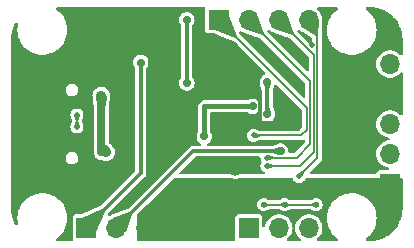
<source format=gbl>
%TF.GenerationSoftware,KiCad,Pcbnew,8.0.7-5-g6f92c4cccf*%
%TF.CreationDate,2025-01-08T11:04:30+08:00*%
%TF.ProjectId,UINIO-USB-UART-CH343,55494e49-4f2d-4555-9342-2d554152542d,Version 5.0.0*%
%TF.SameCoordinates,PX8be9df0PY5020b20*%
%TF.FileFunction,Copper,L2,Bot*%
%TF.FilePolarity,Positive*%
%FSLAX46Y46*%
G04 Gerber Fmt 4.6, Leading zero omitted, Abs format (unit mm)*
G04 Created by KiCad (PCBNEW 8.0.7-5-g6f92c4cccf) date 2025-01-08 11:04:30*
%MOMM*%
%LPD*%
G01*
G04 APERTURE LIST*
%TA.AperFunction,ComponentPad*%
%ADD10R,1.700000X1.700000*%
%TD*%
%TA.AperFunction,ComponentPad*%
%ADD11O,1.700000X1.700000*%
%TD*%
%TA.AperFunction,ComponentPad*%
%ADD12O,2.100000X1.000000*%
%TD*%
%TA.AperFunction,ComponentPad*%
%ADD13O,1.900000X1.000000*%
%TD*%
%TA.AperFunction,ViaPad*%
%ADD14C,0.500000*%
%TD*%
%TA.AperFunction,ViaPad*%
%ADD15C,0.700000*%
%TD*%
%TA.AperFunction,ViaPad*%
%ADD16C,0.900000*%
%TD*%
%TA.AperFunction,Conductor*%
%ADD17C,0.400000*%
%TD*%
%TA.AperFunction,Conductor*%
%ADD18C,0.300000*%
%TD*%
%TA.AperFunction,Conductor*%
%ADD19C,0.500000*%
%TD*%
%TA.AperFunction,Conductor*%
%ADD20C,0.200000*%
%TD*%
%TA.AperFunction,Conductor*%
%ADD21C,0.700000*%
%TD*%
G04 APERTURE END LIST*
D10*
%TO.P,J7,1,Pin_1*%
%TO.N,/CH343_VDD_3.3V*%
X3361320Y-18940000D03*
D11*
%TO.P,J7,2,Pin_2*%
%TO.N,/CH343_VIO*%
X5901320Y-18940000D03*
%TO.P,J7,3,Pin_3*%
%TO.N,/CH343_VDD_5V*%
X8441320Y-18940000D03*
%TD*%
D12*
%TO.P,USB1,13,GND*%
%TO.N,GND*%
X2631320Y-5825000D03*
%TO.P,USB1,14,GND*%
X2631320Y-14475000D03*
D13*
%TO.P,USB1,15,GND*%
X-1568680Y-5825000D03*
%TO.P,USB1,16,GND*%
X-1568680Y-14475000D03*
%TD*%
D10*
%TO.P,J5,1,Pin_1*%
%TO.N,/CH343_VDD_5V*%
X29060000Y-15225000D03*
D11*
%TO.P,J5,2,Pin_2*%
%TO.N,/CH343_TXD*%
X29060000Y-12685000D03*
%TO.P,J5,3,Pin_3*%
%TO.N,/CH343_RXD*%
X29060000Y-10145000D03*
%TO.P,J5,4,Pin_4*%
%TO.N,GND*%
X29060000Y-7605000D03*
%TO.P,J5,5,Pin_5*%
%TO.N,/CH343_VDD_3.3V*%
X29060000Y-5065000D03*
%TD*%
D10*
%TO.P,J4,1,Pin_1*%
%TO.N,/CH343_ACT#*%
X17120000Y-18940000D03*
D11*
%TO.P,J4,2,Pin_2*%
%TO.N,/CH343_DCD*%
X19660000Y-18940000D03*
%TO.P,J4,3,Pin_3*%
%TO.N,/CH343_DTR*%
X22200000Y-18940000D03*
%TD*%
D10*
%TO.P,J6,1,Pin_1*%
%TO.N,/CH343_RI*%
X14570000Y-1330000D03*
D11*
%TO.P,J6,2,Pin_2*%
%TO.N,/CH343_CTS*%
X17110000Y-1330000D03*
%TO.P,J6,3,Pin_3*%
%TO.N,/CH343_DSR*%
X19650000Y-1330000D03*
%TO.P,J6,4,Pin_4*%
%TO.N,/CH343_RTS*%
X22190000Y-1330000D03*
%TD*%
D14*
%TO.N,GND*%
X15580000Y-13540000D03*
X14210000Y-13210000D03*
X12160000Y-13730000D03*
X15970000Y-14270000D03*
D15*
%TO.N,/CH343_VDD_5V*%
X13350000Y-15250000D03*
D14*
%TO.N,GND*%
X15468500Y-9450000D03*
X15468500Y-10850000D03*
X14750000Y-10150000D03*
X16200000Y-10150000D03*
X25850000Y-11380000D03*
X25850000Y-13910000D03*
X-1080000Y-4710000D03*
X23808337Y-3480000D03*
X-80000Y-15600000D03*
D15*
X13900000Y-5280000D03*
D14*
X920000Y-4710000D03*
X1920000Y-4710000D03*
X22820000Y-16980000D03*
X-1080000Y-15600000D03*
X17320000Y-7300000D03*
X9560000Y-13460000D03*
X9550000Y-9800000D03*
X29060000Y-2190000D03*
X-80000Y-4710000D03*
X20347986Y-3480000D03*
X15468500Y-10150000D03*
X20690000Y-10150000D03*
X15940000Y-3480000D03*
X16210000Y-7300000D03*
X15100000Y-7300000D03*
X9560000Y-10550000D03*
X-2080000Y-15600000D03*
X-2080000Y-4710000D03*
X9560000Y-12710000D03*
X920000Y-15600000D03*
X17944653Y-3480000D03*
X1920000Y-15600000D03*
X22433199Y-3476801D03*
X19690000Y-10150000D03*
D15*
%TO.N,/CH343_VDD_5V*%
X17450000Y-8650000D03*
D16*
X4640000Y-7740000D03*
D15*
X13350000Y-11200000D03*
D16*
X5050000Y-12550000D03*
D15*
%TO.N,/CH343_V3*%
X11870000Y-6680000D03*
X11870000Y-1330000D03*
%TO.N,/CH343_VDD_3.3V*%
X7970000Y-4950000D03*
%TO.N,/CH343_VIO*%
X19820000Y-12448999D03*
X18700000Y-9340000D03*
X18700000Y-6580000D03*
D14*
%TO.N,/CH343_DSR*%
X18664946Y-13700000D03*
%TO.N,/CH343_RTS*%
X21378160Y-14583160D03*
%TO.N,/CH343_CTS*%
X18671053Y-12998999D03*
%TO.N,/CH343_USB_Data_N*%
X2570000Y-9400000D03*
X2570000Y-10400000D03*
%TO.N,/CH343_RI*%
X17540000Y-11110000D03*
%TO.N,GND*%
X18390000Y-16980000D03*
X20160000Y-16980000D03*
%TD*%
D17*
%TO.N,/CH343_VDD_5V*%
X13350000Y-8650000D02*
X13350000Y-11200000D01*
X17450000Y-8650000D02*
X13350000Y-8650000D01*
D18*
%TO.N,GND*%
X18050000Y-10050000D02*
X18150000Y-10150000D01*
X18050000Y-8030000D02*
X18050000Y-10050000D01*
X17320000Y-7300000D02*
X18050000Y-8030000D01*
D19*
X18150000Y-10150000D02*
X20690000Y-10150000D01*
X15468500Y-10150000D02*
X18150000Y-10150000D01*
D20*
X22820000Y-16980000D02*
X18390000Y-16980000D01*
D21*
%TO.N,/CH343_VDD_5V*%
X4640000Y-7740000D02*
X4640000Y-12540000D01*
D18*
%TO.N,/CH343_V3*%
X11870000Y-6680000D02*
X11870000Y-1330000D01*
%TO.N,/CH343_VDD_3.3V*%
X7970000Y-14331320D02*
X3361320Y-18940000D01*
X7970000Y-4950000D02*
X7970000Y-14331320D01*
%TO.N,/CH343_VIO*%
X18700000Y-6580000D02*
X18700000Y-9340000D01*
X19820000Y-12448999D02*
X19818999Y-12450000D01*
X12391320Y-12450000D02*
X5901320Y-18940000D01*
X19818999Y-12450000D02*
X12391320Y-12450000D01*
D20*
%TO.N,/CH343_DSR*%
X18664946Y-13700000D02*
X21421320Y-13700000D01*
X22611320Y-4291320D02*
X19650000Y-1330000D01*
X22611320Y-12510000D02*
X22611320Y-4291320D01*
X21421320Y-13700000D02*
X22611320Y-12510000D01*
%TO.N,/CH343_RTS*%
X22911320Y-2051320D02*
X22190000Y-1330000D01*
X22911320Y-13050000D02*
X22911320Y-2051320D01*
X21378160Y-14583160D02*
X22911320Y-13050000D01*
%TO.N,/CH343_CTS*%
X22311320Y-11850000D02*
X22311320Y-6531320D01*
X18671053Y-12998999D02*
X21162321Y-12998999D01*
X22311320Y-6531320D02*
X17110000Y-1330000D01*
X21162321Y-12998999D02*
X22311320Y-11850000D01*
%TO.N,/CH343_USB_Data_N*%
X2570000Y-10400000D02*
X2570000Y-9400000D01*
%TO.N,/CH343_RI*%
X17540000Y-11110000D02*
X21551320Y-11110000D01*
X22011320Y-8771320D02*
X14570000Y-1330000D01*
X21551320Y-11110000D02*
X22011320Y-10650000D01*
X22011320Y-10650000D02*
X22011320Y-8771320D01*
%TD*%
%TA.AperFunction,Conductor*%
%TO.N,GND*%
G36*
X13370607Y-270185D02*
G01*
X13416362Y-322989D01*
X13426306Y-392147D01*
X13423219Y-407050D01*
X13422415Y-410001D01*
X13419500Y-435131D01*
X13419500Y-2224856D01*
X13419502Y-2224882D01*
X13422413Y-2249987D01*
X13422415Y-2249991D01*
X13467793Y-2352764D01*
X13467794Y-2352765D01*
X13547235Y-2432206D01*
X13650009Y-2477585D01*
X13675135Y-2480500D01*
X14124668Y-2480499D01*
X14169497Y-2488886D01*
X14683120Y-2688046D01*
X15767022Y-3108334D01*
X15809873Y-3136266D01*
X17189078Y-4515471D01*
X18462109Y-5788501D01*
X18495594Y-5849824D01*
X18490610Y-5919516D01*
X18448738Y-5975449D01*
X18432054Y-5985978D01*
X18327762Y-6040714D01*
X18209516Y-6145471D01*
X18119781Y-6275475D01*
X18119780Y-6275476D01*
X18063762Y-6423181D01*
X18044722Y-6579999D01*
X18044722Y-6580000D01*
X18063762Y-6736814D01*
X18063764Y-6736823D01*
X18079900Y-6779370D01*
X18087175Y-6809426D01*
X18087639Y-6813537D01*
X18087640Y-6813545D01*
X18244064Y-7324307D01*
X18249500Y-7360618D01*
X18249500Y-8265228D01*
X18229815Y-8332267D01*
X18177011Y-8378022D01*
X18107853Y-8387966D01*
X18044297Y-8358941D01*
X18023450Y-8335668D01*
X17974828Y-8265228D01*
X17940483Y-8215470D01*
X17822240Y-8110717D01*
X17822238Y-8110716D01*
X17822237Y-8110715D01*
X17682365Y-8037303D01*
X17528986Y-7999500D01*
X17528985Y-7999500D01*
X17371015Y-7999500D01*
X17371014Y-7999500D01*
X17217634Y-8037303D01*
X17077766Y-8110712D01*
X17077762Y-8110715D01*
X17077760Y-8110717D01*
X17069181Y-8118316D01*
X17005950Y-8148037D01*
X16986956Y-8149500D01*
X13284108Y-8149500D01*
X13156812Y-8183608D01*
X13042686Y-8249500D01*
X13042683Y-8249502D01*
X12949502Y-8342683D01*
X12949500Y-8342686D01*
X12883608Y-8456812D01*
X12849500Y-8584108D01*
X12849500Y-10741342D01*
X12829815Y-10808381D01*
X12827550Y-10811782D01*
X12769781Y-10895475D01*
X12769780Y-10895476D01*
X12713762Y-11043181D01*
X12694722Y-11199999D01*
X12694722Y-11200000D01*
X12713762Y-11356818D01*
X12761696Y-11483207D01*
X12769780Y-11504523D01*
X12859517Y-11634530D01*
X12977760Y-11739283D01*
X13014580Y-11758608D01*
X13028100Y-11765704D01*
X13078312Y-11814289D01*
X13094286Y-11882308D01*
X13070950Y-11948166D01*
X13015714Y-11990952D01*
X12970473Y-11999500D01*
X12332011Y-11999500D01*
X12241645Y-12023713D01*
X12241644Y-12023712D01*
X12217436Y-12030199D01*
X12217433Y-12030200D01*
X12114706Y-12089511D01*
X12114703Y-12089513D01*
X6859281Y-17344934D01*
X6814411Y-17373628D01*
X5481974Y-17863789D01*
X5475945Y-17866080D01*
X5475414Y-17866288D01*
X5463949Y-17871058D01*
X5463932Y-17871067D01*
X5460337Y-17873524D01*
X5435181Y-17886765D01*
X5386299Y-17905702D01*
X5366570Y-17917918D01*
X5299209Y-17936471D01*
X5232510Y-17915662D01*
X5187650Y-17862095D01*
X5178871Y-17792779D01*
X5208962Y-17729721D01*
X5213595Y-17724827D01*
X8330490Y-14607934D01*
X8382925Y-14517114D01*
X8389798Y-14505209D01*
X8389798Y-14505208D01*
X8389799Y-14505207D01*
X8398795Y-14471632D01*
X8420500Y-14390629D01*
X8420500Y-5475759D01*
X8440185Y-5408720D01*
X8455846Y-5390444D01*
X8455509Y-5390145D01*
X8460481Y-5384532D01*
X8460481Y-5384531D01*
X8460483Y-5384530D01*
X8550220Y-5254523D01*
X8606237Y-5106818D01*
X8625278Y-4950000D01*
X8613463Y-4852689D01*
X8606237Y-4793181D01*
X8551029Y-4647611D01*
X8550220Y-4645477D01*
X8460483Y-4515470D01*
X8342240Y-4410717D01*
X8342238Y-4410716D01*
X8342237Y-4410715D01*
X8202365Y-4337303D01*
X8048986Y-4299500D01*
X8048985Y-4299500D01*
X7891015Y-4299500D01*
X7891014Y-4299500D01*
X7737634Y-4337303D01*
X7597762Y-4410715D01*
X7479516Y-4515471D01*
X7389781Y-4645475D01*
X7389780Y-4645476D01*
X7333762Y-4793181D01*
X7314722Y-4949999D01*
X7314722Y-4950000D01*
X7333762Y-5106818D01*
X7389780Y-5254523D01*
X7389781Y-5254524D01*
X7479518Y-5384532D01*
X7484491Y-5390145D01*
X7483044Y-5391426D01*
X7514850Y-5442120D01*
X7519500Y-5475759D01*
X7519500Y-14093354D01*
X7499815Y-14160393D01*
X7483181Y-14181035D01*
X4562477Y-17101738D01*
X4522488Y-17128519D01*
X2959026Y-17779962D01*
X2911334Y-17789500D01*
X2466463Y-17789500D01*
X2466437Y-17789502D01*
X2441332Y-17792413D01*
X2441328Y-17792415D01*
X2338555Y-17837793D01*
X2259114Y-17917234D01*
X2213735Y-18020006D01*
X2213735Y-18020008D01*
X2210820Y-18045131D01*
X2210820Y-19834856D01*
X2210822Y-19834882D01*
X2213733Y-19859986D01*
X2213734Y-19859990D01*
X2213735Y-19859991D01*
X2220545Y-19875414D01*
X2229617Y-19944690D01*
X2199795Y-20007876D01*
X2140546Y-20044907D01*
X2107111Y-20049500D01*
X933315Y-20049500D01*
X866276Y-20029815D01*
X820521Y-19977011D01*
X810577Y-19907853D01*
X839602Y-19844297D01*
X855060Y-19829312D01*
X1077053Y-19648708D01*
X1273189Y-19438698D01*
X1438901Y-19203936D01*
X1571104Y-18948797D01*
X1667334Y-18678032D01*
X1725798Y-18396686D01*
X1745408Y-18110000D01*
X1725798Y-17823314D01*
X1667334Y-17541968D01*
X1571105Y-17271206D01*
X1571106Y-17271206D01*
X1438901Y-17016064D01*
X1273187Y-16781299D01*
X1194554Y-16697105D01*
X1077053Y-16571292D01*
X854147Y-16389945D01*
X854146Y-16389944D01*
X608617Y-16240634D01*
X345063Y-16126158D01*
X345061Y-16126157D01*
X345058Y-16126156D01*
X215578Y-16089877D01*
X68364Y-16048630D01*
X68359Y-16048629D01*
X68358Y-16048629D01*
X-73982Y-16029064D01*
X-216321Y-16009500D01*
X-216322Y-16009500D01*
X-503678Y-16009500D01*
X-503679Y-16009500D01*
X-788358Y-16048629D01*
X-788365Y-16048630D01*
X-996139Y-16106845D01*
X-1065058Y-16126156D01*
X-1065061Y-16126156D01*
X-1065064Y-16126158D01*
X-1065065Y-16126158D01*
X-1328618Y-16240634D01*
X-1574147Y-16389944D01*
X-1797050Y-16571289D01*
X-1993188Y-16781299D01*
X-2158902Y-17016064D01*
X-2291106Y-17271206D01*
X-2387333Y-17541962D01*
X-2387334Y-17541965D01*
X-2445799Y-17823319D01*
X-2465408Y-18110000D01*
X-2445799Y-18396680D01*
X-2445799Y-18396684D01*
X-2445798Y-18396686D01*
X-2424525Y-18499056D01*
X-2405068Y-18592691D01*
X-2410702Y-18662333D01*
X-2453093Y-18717874D01*
X-2518782Y-18741680D01*
X-2586913Y-18726193D01*
X-2635003Y-18677900D01*
X-2733851Y-18499049D01*
X-2739880Y-18486527D01*
X-2852541Y-18214537D01*
X-2857134Y-18201413D01*
X-2912957Y-18007648D01*
X-2938638Y-17918508D01*
X-2941731Y-17904953D01*
X-2947071Y-17873524D01*
X-2991047Y-17614703D01*
X-2992603Y-17600892D01*
X-2999934Y-17470351D01*
X-3009305Y-17303471D01*
X-3009500Y-17296519D01*
X-3009500Y-12970817D01*
X1605820Y-12970817D01*
X1605820Y-13109183D01*
X1638315Y-13230454D01*
X1641632Y-13242835D01*
X1641633Y-13242838D01*
X1710812Y-13362661D01*
X1710814Y-13362664D01*
X1710815Y-13362665D01*
X1808655Y-13460505D01*
X1808656Y-13460506D01*
X1808658Y-13460507D01*
X1813681Y-13463407D01*
X1928484Y-13529688D01*
X2062137Y-13565500D01*
X2062139Y-13565500D01*
X2200501Y-13565500D01*
X2200503Y-13565500D01*
X2334156Y-13529688D01*
X2453985Y-13460505D01*
X2551825Y-13362665D01*
X2621008Y-13242836D01*
X2656820Y-13109183D01*
X2656820Y-12970817D01*
X2621008Y-12837164D01*
X2586416Y-12777249D01*
X2551827Y-12717338D01*
X2551823Y-12717333D01*
X2453986Y-12619496D01*
X2453981Y-12619492D01*
X2334158Y-12550313D01*
X2334157Y-12550312D01*
X2334156Y-12550312D01*
X2200503Y-12514500D01*
X2062137Y-12514500D01*
X1928484Y-12550312D01*
X1928481Y-12550313D01*
X1808658Y-12619492D01*
X1808653Y-12619496D01*
X1710816Y-12717333D01*
X1710812Y-12717338D01*
X1641633Y-12837161D01*
X1641632Y-12837164D01*
X1605820Y-12970817D01*
X-3009500Y-12970817D01*
X-3009500Y-9399999D01*
X2014750Y-9399999D01*
X2014750Y-9400000D01*
X2033670Y-9543708D01*
X2033671Y-9543713D01*
X2043010Y-9566261D01*
X2051423Y-9597807D01*
X2051712Y-9600044D01*
X2051715Y-9600059D01*
X2136494Y-9861789D01*
X2138426Y-9931632D01*
X2136494Y-9938211D01*
X2051714Y-10199946D01*
X2051713Y-10199948D01*
X2051234Y-10203409D01*
X2042970Y-10233837D01*
X2033670Y-10256289D01*
X2014750Y-10399999D01*
X2014750Y-10400000D01*
X2033670Y-10543708D01*
X2033671Y-10543712D01*
X2089137Y-10677622D01*
X2089138Y-10677624D01*
X2089139Y-10677625D01*
X2177379Y-10792621D01*
X2292375Y-10880861D01*
X2426291Y-10936330D01*
X2553280Y-10953048D01*
X2569999Y-10955250D01*
X2570000Y-10955250D01*
X2570001Y-10955250D01*
X2584977Y-10953278D01*
X2713709Y-10936330D01*
X2847625Y-10880861D01*
X2962621Y-10792621D01*
X3050861Y-10677625D01*
X3106330Y-10543709D01*
X3125250Y-10400000D01*
X3106330Y-10256291D01*
X3096989Y-10233741D01*
X3088571Y-10202162D01*
X3088285Y-10199947D01*
X3088285Y-10199946D01*
X3003502Y-9938208D01*
X3001571Y-9868368D01*
X3003496Y-9861809D01*
X3088285Y-9600053D01*
X3088762Y-9596603D01*
X3097029Y-9566161D01*
X3106330Y-9543709D01*
X3125250Y-9400000D01*
X3106330Y-9256291D01*
X3062511Y-9150500D01*
X3050862Y-9122377D01*
X3050861Y-9122376D01*
X3050861Y-9122375D01*
X2962621Y-9007379D01*
X2847625Y-8919139D01*
X2847624Y-8919138D01*
X2847622Y-8919137D01*
X2713712Y-8863671D01*
X2713710Y-8863670D01*
X2713709Y-8863670D01*
X2641854Y-8854210D01*
X2570001Y-8844750D01*
X2569999Y-8844750D01*
X2426291Y-8863670D01*
X2426287Y-8863671D01*
X2292377Y-8919137D01*
X2177379Y-9007379D01*
X2089137Y-9122377D01*
X2033671Y-9256287D01*
X2033670Y-9256291D01*
X2014750Y-9399999D01*
X-3009500Y-9399999D01*
X-3009500Y-7190817D01*
X1605820Y-7190817D01*
X1605820Y-7329183D01*
X1628093Y-7412305D01*
X1641632Y-7462835D01*
X1641633Y-7462838D01*
X1710812Y-7582661D01*
X1710814Y-7582664D01*
X1710815Y-7582665D01*
X1808655Y-7680505D01*
X1928484Y-7749688D01*
X2062137Y-7785500D01*
X2062139Y-7785500D01*
X2200501Y-7785500D01*
X2200503Y-7785500D01*
X2334156Y-7749688D01*
X2350941Y-7739997D01*
X3884751Y-7739997D01*
X3884751Y-7740002D01*
X3887387Y-7763408D01*
X3887827Y-7786447D01*
X3887808Y-7786691D01*
X3887809Y-7786699D01*
X3887809Y-7786700D01*
X3962266Y-8456812D01*
X3985213Y-8663328D01*
X3986226Y-8668455D01*
X3985684Y-8668562D01*
X3989500Y-8695706D01*
X3989500Y-12604069D01*
X3989500Y-12604071D01*
X3989499Y-12604071D01*
X4014497Y-12729738D01*
X4014499Y-12729744D01*
X4063533Y-12848124D01*
X4063538Y-12848133D01*
X4134723Y-12954668D01*
X4134726Y-12954672D01*
X4225327Y-13045273D01*
X4225331Y-13045276D01*
X4331866Y-13116461D01*
X4331872Y-13116464D01*
X4331873Y-13116465D01*
X4450256Y-13165501D01*
X4450260Y-13165501D01*
X4450261Y-13165502D01*
X4575928Y-13190500D01*
X4575931Y-13190500D01*
X4622996Y-13190500D01*
X4688968Y-13209506D01*
X4714371Y-13225468D01*
X4722310Y-13230456D01*
X4843621Y-13272904D01*
X4881943Y-13286314D01*
X5049997Y-13305249D01*
X5050000Y-13305249D01*
X5050003Y-13305249D01*
X5218056Y-13286314D01*
X5226098Y-13283500D01*
X5377690Y-13230456D01*
X5377692Y-13230454D01*
X5377694Y-13230454D01*
X5377697Y-13230452D01*
X5520884Y-13140481D01*
X5520885Y-13140480D01*
X5520890Y-13140477D01*
X5640477Y-13020890D01*
X5660100Y-12989660D01*
X5730452Y-12877697D01*
X5730454Y-12877694D01*
X5730454Y-12877692D01*
X5730456Y-12877690D01*
X5786313Y-12718059D01*
X5786313Y-12718058D01*
X5786314Y-12718056D01*
X5805249Y-12550002D01*
X5805249Y-12549997D01*
X5786314Y-12381943D01*
X5730454Y-12222305D01*
X5730452Y-12222302D01*
X5640481Y-12079115D01*
X5640476Y-12079109D01*
X5574098Y-12012731D01*
X5566559Y-12004480D01*
X5552934Y-11988147D01*
X5537739Y-11975587D01*
X5529058Y-11967691D01*
X5520892Y-11959525D01*
X5520884Y-11959518D01*
X5516919Y-11957027D01*
X5503897Y-11947614D01*
X5335499Y-11808420D01*
X5296368Y-11750537D01*
X5290500Y-11712844D01*
X5290500Y-8695866D01*
X5294480Y-8669124D01*
X5293630Y-8668949D01*
X5294784Y-8663338D01*
X5294787Y-8663329D01*
X5392190Y-7786700D01*
X5393566Y-7770309D01*
X5393638Y-7769043D01*
X5393848Y-7757329D01*
X5394607Y-7745693D01*
X5395249Y-7740000D01*
X5387722Y-7673205D01*
X5376314Y-7571944D01*
X5320454Y-7412305D01*
X5320452Y-7412302D01*
X5230481Y-7269115D01*
X5230476Y-7269109D01*
X5110890Y-7149523D01*
X5110884Y-7149518D01*
X4967697Y-7059547D01*
X4967694Y-7059545D01*
X4808056Y-7003685D01*
X4640003Y-6984751D01*
X4639997Y-6984751D01*
X4471943Y-7003685D01*
X4312305Y-7059545D01*
X4312302Y-7059547D01*
X4169115Y-7149518D01*
X4169109Y-7149523D01*
X4049523Y-7269109D01*
X4049518Y-7269115D01*
X3959547Y-7412302D01*
X3959545Y-7412305D01*
X3903685Y-7571943D01*
X3884751Y-7739997D01*
X2350941Y-7739997D01*
X2453985Y-7680505D01*
X2551825Y-7582665D01*
X2621008Y-7462836D01*
X2656820Y-7329183D01*
X2656820Y-7190817D01*
X2621008Y-7057164D01*
X2579201Y-6984751D01*
X2551827Y-6937338D01*
X2551823Y-6937333D01*
X2453986Y-6839496D01*
X2453981Y-6839492D01*
X2334158Y-6770313D01*
X2334157Y-6770312D01*
X2334156Y-6770312D01*
X2200503Y-6734500D01*
X2062137Y-6734500D01*
X1928484Y-6770312D01*
X1928481Y-6770313D01*
X1808658Y-6839492D01*
X1808653Y-6839496D01*
X1710816Y-6937333D01*
X1710812Y-6937338D01*
X1641633Y-7057161D01*
X1641632Y-7057164D01*
X1605820Y-7190817D01*
X-3009500Y-7190817D01*
X-3009500Y-3003480D01*
X-3009305Y-2996528D01*
X-3002290Y-2871610D01*
X-2992602Y-2699097D01*
X-2991048Y-2685298D01*
X-2941731Y-2395041D01*
X-2938637Y-2381489D01*
X-2937246Y-2376663D01*
X-2857133Y-2098582D01*
X-2852541Y-2085462D01*
X-2823953Y-2016445D01*
X-2739877Y-1813463D01*
X-2733855Y-1800957D01*
X-2635002Y-1622097D01*
X-2585346Y-1572946D01*
X-2516998Y-1558443D01*
X-2451659Y-1583193D01*
X-2410074Y-1639340D01*
X-2405068Y-1707308D01*
X-2445799Y-1903319D01*
X-2465408Y-2190000D01*
X-2445799Y-2476680D01*
X-2445799Y-2476684D01*
X-2445798Y-2476686D01*
X-2442089Y-2494534D01*
X-2387334Y-2758034D01*
X-2387333Y-2758037D01*
X-2291106Y-3028793D01*
X-2291107Y-3028793D01*
X-2158902Y-3283935D01*
X-1993188Y-3518700D01*
X-1908077Y-3609831D01*
X-1797053Y-3728708D01*
X-1574147Y-3910055D01*
X-1328618Y-4059365D01*
X-1141763Y-4140526D01*
X-1065058Y-4173844D01*
X-788358Y-4251371D01*
X-538080Y-4285771D01*
X-503679Y-4290500D01*
X-503678Y-4290500D01*
X-216321Y-4290500D01*
X-185630Y-4286281D01*
X68358Y-4251371D01*
X345058Y-4173844D01*
X458015Y-4124779D01*
X608617Y-4059365D01*
X608620Y-4059363D01*
X608625Y-4059361D01*
X854147Y-3910055D01*
X1077053Y-3728708D01*
X1273189Y-3518698D01*
X1438901Y-3283936D01*
X1571104Y-3028797D01*
X1667334Y-2758032D01*
X1725798Y-2476686D01*
X1745408Y-2190000D01*
X1725798Y-1903314D01*
X1667334Y-1621968D01*
X1631904Y-1522279D01*
X1571105Y-1351206D01*
X1571106Y-1351206D01*
X1560117Y-1329999D01*
X11214722Y-1329999D01*
X11214722Y-1330000D01*
X11233762Y-1486818D01*
X11289780Y-1634523D01*
X11289781Y-1634524D01*
X11379518Y-1764532D01*
X11384491Y-1770145D01*
X11383044Y-1771426D01*
X11414850Y-1822120D01*
X11419500Y-1855759D01*
X11419500Y-6154240D01*
X11399815Y-6221279D01*
X11384153Y-6239556D01*
X11384491Y-6239856D01*
X11379515Y-6245472D01*
X11289781Y-6375475D01*
X11289780Y-6375476D01*
X11233762Y-6523181D01*
X11214722Y-6679999D01*
X11214722Y-6680000D01*
X11233762Y-6836818D01*
X11248982Y-6876948D01*
X11289780Y-6984523D01*
X11379517Y-7114530D01*
X11497760Y-7219283D01*
X11497762Y-7219284D01*
X11637634Y-7292696D01*
X11791014Y-7330500D01*
X11791015Y-7330500D01*
X11948985Y-7330500D01*
X12102365Y-7292696D01*
X12147294Y-7269115D01*
X12242240Y-7219283D01*
X12360483Y-7114530D01*
X12450220Y-6984523D01*
X12506237Y-6836818D01*
X12525278Y-6680000D01*
X12506237Y-6523182D01*
X12450220Y-6375477D01*
X12360483Y-6245470D01*
X12360479Y-6245466D01*
X12355509Y-6239856D01*
X12356953Y-6238576D01*
X12325145Y-6187860D01*
X12320500Y-6154240D01*
X12320500Y-1855759D01*
X12340185Y-1788720D01*
X12355846Y-1770444D01*
X12355509Y-1770145D01*
X12360481Y-1764532D01*
X12360481Y-1764531D01*
X12360483Y-1764530D01*
X12450220Y-1634523D01*
X12506237Y-1486818D01*
X12525278Y-1330000D01*
X12519271Y-1280523D01*
X12506237Y-1173181D01*
X12469965Y-1077541D01*
X12450220Y-1025477D01*
X12360483Y-895470D01*
X12242240Y-790717D01*
X12242238Y-790716D01*
X12242237Y-790715D01*
X12102365Y-717303D01*
X11948986Y-679500D01*
X11948985Y-679500D01*
X11791015Y-679500D01*
X11791014Y-679500D01*
X11637634Y-717303D01*
X11497762Y-790715D01*
X11497760Y-790717D01*
X11391714Y-884665D01*
X11379516Y-895471D01*
X11289781Y-1025475D01*
X11289780Y-1025476D01*
X11233762Y-1173181D01*
X11214722Y-1329999D01*
X1560117Y-1329999D01*
X1438901Y-1096064D01*
X1273187Y-861299D01*
X1194554Y-777105D01*
X1077053Y-651292D01*
X855059Y-470687D01*
X815480Y-413111D01*
X813311Y-343275D01*
X849242Y-283353D01*
X911867Y-252369D01*
X933315Y-250500D01*
X1895172Y-250500D01*
X7995172Y-250500D01*
X8244828Y-250500D01*
X13303568Y-250500D01*
X13370607Y-270185D01*
G37*
%TD.AperFunction*%
%TA.AperFunction,Conductor*%
G36*
X18406186Y-16735017D02*
G01*
X18425994Y-16737625D01*
X18426003Y-16737625D01*
X18433233Y-16738577D01*
X18437776Y-16739176D01*
X18469033Y-16747550D01*
X18498477Y-16759746D01*
X18526507Y-16775929D01*
X18552984Y-16796246D01*
X18563249Y-16803788D01*
X18571696Y-16809727D01*
X18661335Y-16852939D01*
X18673265Y-16856442D01*
X18686688Y-16860384D01*
X18745465Y-16898160D01*
X18774488Y-16961716D01*
X18764543Y-17030875D01*
X18718787Y-17083677D01*
X18696464Y-17095018D01*
X18628795Y-17121178D01*
X18552991Y-17163748D01*
X18527745Y-17183119D01*
X18527734Y-17183126D01*
X18526533Y-17184048D01*
X18498477Y-17200251D01*
X18469035Y-17212446D01*
X18437769Y-17220824D01*
X18406188Y-17224982D01*
X18373817Y-17224982D01*
X18359380Y-17223081D01*
X18342222Y-17220822D01*
X18310957Y-17212444D01*
X18281523Y-17200252D01*
X18253490Y-17184067D01*
X18228215Y-17164673D01*
X18205330Y-17141789D01*
X18185925Y-17116500D01*
X18169742Y-17088469D01*
X18169289Y-17087376D01*
X18157552Y-17059038D01*
X18149175Y-17027774D01*
X18145016Y-16996185D01*
X18145016Y-16963814D01*
X18149175Y-16932222D01*
X18157550Y-16900961D01*
X18169745Y-16871520D01*
X18185921Y-16843500D01*
X18205332Y-16818204D01*
X18228204Y-16795332D01*
X18253500Y-16775921D01*
X18281520Y-16759745D01*
X18310961Y-16747550D01*
X18342216Y-16739175D01*
X18373813Y-16735016D01*
X18406186Y-16735017D01*
G37*
%TD.AperFunction*%
%TA.AperFunction,Conductor*%
G36*
X20176188Y-16735017D02*
G01*
X20184221Y-16736074D01*
X20191977Y-16737096D01*
X20191978Y-16737096D01*
X20203233Y-16738577D01*
X20207776Y-16739176D01*
X20239033Y-16747550D01*
X20268477Y-16759746D01*
X20296507Y-16775929D01*
X20322984Y-16796246D01*
X20333249Y-16803788D01*
X20341696Y-16809727D01*
X20431335Y-16852939D01*
X20443265Y-16856442D01*
X20456688Y-16860384D01*
X20515465Y-16898160D01*
X20544488Y-16961716D01*
X20534543Y-17030875D01*
X20488787Y-17083677D01*
X20466464Y-17095018D01*
X20398795Y-17121178D01*
X20322991Y-17163748D01*
X20297745Y-17183119D01*
X20297734Y-17183126D01*
X20296533Y-17184048D01*
X20268477Y-17200251D01*
X20239035Y-17212446D01*
X20207769Y-17220824D01*
X20176188Y-17224982D01*
X20143817Y-17224982D01*
X20129936Y-17223154D01*
X20112221Y-17220822D01*
X20080958Y-17212445D01*
X20064412Y-17205592D01*
X20051525Y-17200254D01*
X20023493Y-17184070D01*
X19997015Y-17163753D01*
X19986751Y-17156212D01*
X19978304Y-17150273D01*
X19978302Y-17150272D01*
X19888661Y-17107059D01*
X19863308Y-17099614D01*
X19804532Y-17061837D01*
X19775510Y-16998280D01*
X19785457Y-16929122D01*
X19831215Y-16876320D01*
X19853537Y-16864981D01*
X19856025Y-16864018D01*
X19856030Y-16864018D01*
X19921199Y-16838824D01*
X19997018Y-16796245D01*
X19997017Y-16796245D01*
X19997020Y-16796244D01*
X20023489Y-16775932D01*
X20023492Y-16775929D01*
X20051522Y-16759745D01*
X20080965Y-16747550D01*
X20112218Y-16739175D01*
X20143813Y-16735016D01*
X20176188Y-16735017D01*
G37*
%TD.AperFunction*%
%TA.AperFunction,Conductor*%
G36*
X22836188Y-16735017D02*
G01*
X22855990Y-16737625D01*
X22856003Y-16737625D01*
X22867781Y-16739176D01*
X22899039Y-16747553D01*
X22928471Y-16759744D01*
X22956504Y-16775928D01*
X22981785Y-16795327D01*
X23004669Y-16818210D01*
X23024069Y-16843493D01*
X23040254Y-16871526D01*
X23052446Y-16900961D01*
X23060823Y-16932225D01*
X23064982Y-16963812D01*
X23064982Y-16996186D01*
X23060823Y-17027773D01*
X23052446Y-17059037D01*
X23040254Y-17088472D01*
X23024068Y-17116508D01*
X23004673Y-17141784D01*
X22981784Y-17164673D01*
X22956508Y-17184068D01*
X22928472Y-17200254D01*
X22899037Y-17212446D01*
X22867775Y-17220823D01*
X22846556Y-17223617D01*
X22836189Y-17224982D01*
X22803817Y-17224982D01*
X22789936Y-17223154D01*
X22772221Y-17220822D01*
X22740958Y-17212445D01*
X22724412Y-17205592D01*
X22711525Y-17200254D01*
X22683493Y-17184070D01*
X22657015Y-17163753D01*
X22646751Y-17156212D01*
X22638304Y-17150273D01*
X22638302Y-17150272D01*
X22548661Y-17107059D01*
X22523308Y-17099614D01*
X22464532Y-17061837D01*
X22435510Y-16998280D01*
X22445457Y-16929122D01*
X22491215Y-16876320D01*
X22513537Y-16864981D01*
X22516025Y-16864018D01*
X22516030Y-16864018D01*
X22581199Y-16838824D01*
X22657018Y-16796245D01*
X22657017Y-16796245D01*
X22657020Y-16796244D01*
X22683489Y-16775932D01*
X22683492Y-16775929D01*
X22711522Y-16759745D01*
X22740965Y-16747550D01*
X22772218Y-16739175D01*
X22803813Y-16735016D01*
X22836188Y-16735017D01*
G37*
%TD.AperFunction*%
%TA.AperFunction,Conductor*%
G36*
X18061129Y-12920185D02*
G01*
X18106884Y-12972989D01*
X18117029Y-13008314D01*
X18123818Y-13059880D01*
X18134429Y-13140477D01*
X18134723Y-13142706D01*
X18134724Y-13142711D01*
X18190190Y-13276620D01*
X18194162Y-13283500D01*
X18210633Y-13351401D01*
X18187780Y-13417427D01*
X18185158Y-13420975D01*
X18184086Y-13422371D01*
X18184084Y-13422374D01*
X18128617Y-13556287D01*
X18128616Y-13556291D01*
X18109696Y-13699999D01*
X18109696Y-13700000D01*
X18128616Y-13843708D01*
X18128617Y-13843712D01*
X18184083Y-13977622D01*
X18184084Y-13977624D01*
X18184085Y-13977625D01*
X18272325Y-14092621D01*
X18387321Y-14180861D01*
X18387322Y-14180861D01*
X18387323Y-14180862D01*
X18399580Y-14185939D01*
X18453984Y-14229779D01*
X18476049Y-14296073D01*
X18458770Y-14363773D01*
X18407633Y-14411384D01*
X18352128Y-14424500D01*
X16316886Y-14424500D01*
X16304244Y-14424762D01*
X16293974Y-14425188D01*
X16196604Y-14445430D01*
X16196599Y-14445432D01*
X16179818Y-14451911D01*
X16168845Y-14452822D01*
X16049035Y-14502446D01*
X16017773Y-14510823D01*
X15986187Y-14514982D01*
X15953814Y-14514982D01*
X15922230Y-14510824D01*
X15890963Y-14502447D01*
X15826719Y-14475837D01*
X15817174Y-14471398D01*
X15813225Y-14469354D01*
X15813224Y-14469353D01*
X15813215Y-14469349D01*
X15812375Y-14469031D01*
X15811889Y-14468663D01*
X15806869Y-14466064D01*
X15807094Y-14465629D01*
X15709172Y-14436876D01*
X15709160Y-14436873D01*
X15623096Y-14424500D01*
X11353285Y-14424500D01*
X11286246Y-14404815D01*
X11240491Y-14352011D01*
X11230547Y-14282853D01*
X11259572Y-14219297D01*
X11265604Y-14212819D01*
X12541604Y-12936819D01*
X12602927Y-12903334D01*
X12629285Y-12900500D01*
X17994090Y-12900500D01*
X18061129Y-12920185D01*
G37*
%TD.AperFunction*%
%TA.AperFunction,Conductor*%
G36*
X24613724Y-270185D02*
G01*
X24659479Y-322989D01*
X24669423Y-392147D01*
X24640398Y-455703D01*
X24624940Y-470688D01*
X24402950Y-651289D01*
X24206812Y-861299D01*
X24041098Y-1096064D01*
X23908894Y-1351206D01*
X23812667Y-1621962D01*
X23812666Y-1621965D01*
X23754201Y-1903319D01*
X23734592Y-2190000D01*
X23754201Y-2476680D01*
X23754201Y-2476684D01*
X23754202Y-2476686D01*
X23757911Y-2494534D01*
X23812666Y-2758034D01*
X23812667Y-2758037D01*
X23908894Y-3028793D01*
X23908893Y-3028793D01*
X24041098Y-3283935D01*
X24206812Y-3518700D01*
X24291923Y-3609831D01*
X24402947Y-3728708D01*
X24625853Y-3910055D01*
X24871382Y-4059365D01*
X25058237Y-4140526D01*
X25134942Y-4173844D01*
X25411642Y-4251371D01*
X25661920Y-4285771D01*
X25696321Y-4290500D01*
X25696322Y-4290500D01*
X25983679Y-4290500D01*
X26014370Y-4286281D01*
X26268358Y-4251371D01*
X26545058Y-4173844D01*
X26658015Y-4124779D01*
X26808617Y-4059365D01*
X26808620Y-4059363D01*
X26808625Y-4059361D01*
X27054147Y-3910055D01*
X27277053Y-3728708D01*
X27473189Y-3518698D01*
X27638901Y-3283936D01*
X27771104Y-3028797D01*
X27867334Y-2758032D01*
X27925798Y-2476686D01*
X27945408Y-2190000D01*
X27925798Y-1903314D01*
X27867334Y-1621968D01*
X27831904Y-1522279D01*
X27771105Y-1351206D01*
X27771106Y-1351206D01*
X27638901Y-1096064D01*
X27473187Y-861299D01*
X27394554Y-777105D01*
X27277053Y-651292D01*
X27055059Y-470687D01*
X27015480Y-413111D01*
X27013311Y-343275D01*
X27049242Y-283353D01*
X27111867Y-252369D01*
X27133315Y-250500D01*
X27355830Y-250500D01*
X27396519Y-250500D01*
X27403471Y-250695D01*
X27416649Y-251435D01*
X27700900Y-267397D01*
X27714703Y-268953D01*
X28004953Y-318269D01*
X28018510Y-321363D01*
X28301413Y-402866D01*
X28314537Y-407459D01*
X28586527Y-520120D01*
X28599049Y-526149D01*
X28797673Y-635925D01*
X28856726Y-668563D01*
X28868500Y-675961D01*
X29108604Y-846323D01*
X29119476Y-854993D01*
X29314572Y-1029342D01*
X29338997Y-1051169D01*
X29348828Y-1061000D01*
X29417437Y-1137773D01*
X29545006Y-1280523D01*
X29553676Y-1291395D01*
X29724038Y-1531499D01*
X29731436Y-1543273D01*
X29873846Y-1800943D01*
X29879879Y-1813472D01*
X29992540Y-2085462D01*
X29997133Y-2098586D01*
X30078636Y-2381489D01*
X30081730Y-2395046D01*
X30131045Y-2685288D01*
X30132602Y-2699106D01*
X30149305Y-2996527D01*
X30149500Y-3003480D01*
X30149500Y-4228649D01*
X30129815Y-4295688D01*
X30077011Y-4341443D01*
X30007853Y-4351387D01*
X29944297Y-4322362D01*
X29926546Y-4303376D01*
X29913872Y-4286593D01*
X29756302Y-4142948D01*
X29575019Y-4030702D01*
X29575017Y-4030701D01*
X29475608Y-3992190D01*
X29376198Y-3953679D01*
X29166610Y-3914500D01*
X28953390Y-3914500D01*
X28743802Y-3953679D01*
X28743799Y-3953679D01*
X28743799Y-3953680D01*
X28544982Y-4030701D01*
X28544980Y-4030702D01*
X28363699Y-4142947D01*
X28206127Y-4286593D01*
X28077632Y-4456746D01*
X27982596Y-4647605D01*
X27982596Y-4647607D01*
X27924244Y-4852689D01*
X27904571Y-5064999D01*
X27904571Y-5065000D01*
X27924244Y-5277310D01*
X27982596Y-5482392D01*
X27982596Y-5482394D01*
X28077632Y-5673253D01*
X28206126Y-5843405D01*
X28206128Y-5843407D01*
X28363698Y-5987052D01*
X28544981Y-6099298D01*
X28743802Y-6176321D01*
X28953390Y-6215500D01*
X28953392Y-6215500D01*
X29166608Y-6215500D01*
X29166610Y-6215500D01*
X29376198Y-6176321D01*
X29575019Y-6099298D01*
X29756302Y-5987052D01*
X29913872Y-5843407D01*
X29926545Y-5826624D01*
X29982653Y-5784988D01*
X30052365Y-5780295D01*
X30113547Y-5814036D01*
X30146775Y-5875499D01*
X30149500Y-5901350D01*
X30149500Y-9308649D01*
X30129815Y-9375688D01*
X30077011Y-9421443D01*
X30007853Y-9431387D01*
X29944297Y-9402362D01*
X29926546Y-9383376D01*
X29913872Y-9366593D01*
X29841372Y-9300500D01*
X29756302Y-9222948D01*
X29575019Y-9110702D01*
X29575017Y-9110701D01*
X29475608Y-9072190D01*
X29376198Y-9033679D01*
X29166610Y-8994500D01*
X28953390Y-8994500D01*
X28743802Y-9033679D01*
X28743799Y-9033679D01*
X28743799Y-9033680D01*
X28544982Y-9110701D01*
X28544980Y-9110702D01*
X28363699Y-9222947D01*
X28206127Y-9366593D01*
X28077632Y-9536746D01*
X27982596Y-9727605D01*
X27982596Y-9727607D01*
X27933546Y-9899999D01*
X27924244Y-9932690D01*
X27904571Y-10145000D01*
X27924244Y-10357310D01*
X27980421Y-10554750D01*
X27982596Y-10562392D01*
X27982596Y-10562394D01*
X28077632Y-10753253D01*
X28206126Y-10923405D01*
X28206128Y-10923407D01*
X28363698Y-11067052D01*
X28544981Y-11179298D01*
X28743802Y-11256321D01*
X28940613Y-11293111D01*
X29002893Y-11324779D01*
X29038166Y-11385092D01*
X29035232Y-11454900D01*
X28995023Y-11512040D01*
X28940613Y-11536888D01*
X28743802Y-11573679D01*
X28743799Y-11573679D01*
X28743799Y-11573680D01*
X28544982Y-11650701D01*
X28544980Y-11650702D01*
X28363699Y-11762947D01*
X28206127Y-11906593D01*
X28077632Y-12076746D01*
X27982596Y-12267605D01*
X27982596Y-12267607D01*
X27927983Y-12459550D01*
X27924244Y-12472690D01*
X27904571Y-12685000D01*
X27924244Y-12897310D01*
X27959404Y-13020884D01*
X27982596Y-13102392D01*
X27982596Y-13102394D01*
X28077632Y-13293253D01*
X28203935Y-13460503D01*
X28206128Y-13463407D01*
X28363698Y-13607052D01*
X28544981Y-13719298D01*
X28743802Y-13796321D01*
X28916544Y-13828612D01*
X28978823Y-13860279D01*
X29014096Y-13920591D01*
X29011162Y-13990400D01*
X28970953Y-14047540D01*
X28906235Y-14073871D01*
X28893757Y-14074500D01*
X28165143Y-14074500D01*
X28165117Y-14074502D01*
X28140012Y-14077413D01*
X28140008Y-14077415D01*
X28037235Y-14122793D01*
X27957794Y-14202234D01*
X27912415Y-14305006D01*
X27912415Y-14305008D01*
X27911280Y-14314792D01*
X27883999Y-14379116D01*
X27826273Y-14418480D01*
X27788106Y-14424500D01*
X22402575Y-14424500D01*
X22335536Y-14404815D01*
X22289781Y-14352011D01*
X22279837Y-14282853D01*
X22308862Y-14219297D01*
X22314894Y-14212819D01*
X22699101Y-13828611D01*
X23147023Y-13380687D01*
X23147028Y-13380684D01*
X23157231Y-13370480D01*
X23157233Y-13370480D01*
X23231800Y-13295913D01*
X23284527Y-13204587D01*
X23294499Y-13167372D01*
X23311821Y-13102727D01*
X23311821Y-12997273D01*
X23311821Y-12989678D01*
X23311820Y-12989660D01*
X23311820Y-2763618D01*
X23314423Y-2738344D01*
X23314466Y-2738136D01*
X23316991Y-2726010D01*
X23345191Y-1348175D01*
X23345243Y-1344639D01*
X23345245Y-1344414D01*
X23345245Y-1344372D01*
X23345210Y-1338943D01*
X23345429Y-1333852D01*
X23345429Y-1330002D01*
X23345429Y-1329999D01*
X23325756Y-1117690D01*
X23267405Y-912611D01*
X23267403Y-912606D01*
X23267403Y-912605D01*
X23172367Y-721746D01*
X23043870Y-551591D01*
X22950132Y-466137D01*
X22913850Y-406426D01*
X22915611Y-336578D01*
X22954854Y-278771D01*
X23019121Y-251356D01*
X23033670Y-250500D01*
X24546685Y-250500D01*
X24613724Y-270185D01*
G37*
%TD.AperFunction*%
%TA.AperFunction,Conductor*%
G36*
X19464319Y-6801069D02*
G01*
X19499185Y-6825578D01*
X21574501Y-8900893D01*
X21607986Y-8962216D01*
X21610820Y-8988574D01*
X21610820Y-10432745D01*
X21591135Y-10499784D01*
X21574501Y-10520426D01*
X21421746Y-10673181D01*
X21360423Y-10706666D01*
X21334065Y-10709500D01*
X18123264Y-10709500D01*
X18085053Y-10703466D01*
X17855591Y-10629139D01*
X17740053Y-10591714D01*
X17740051Y-10591713D01*
X17740050Y-10591713D01*
X17736590Y-10591234D01*
X17706161Y-10582969D01*
X17683711Y-10573670D01*
X17683713Y-10573670D01*
X17540001Y-10554750D01*
X17539999Y-10554750D01*
X17396291Y-10573670D01*
X17396287Y-10573671D01*
X17262377Y-10629137D01*
X17147379Y-10717379D01*
X17059137Y-10832377D01*
X17003671Y-10966287D01*
X17003670Y-10966291D01*
X16984750Y-11109999D01*
X16984750Y-11110000D01*
X17003670Y-11253708D01*
X17003671Y-11253712D01*
X17059137Y-11387622D01*
X17059138Y-11387624D01*
X17059139Y-11387625D01*
X17147379Y-11502621D01*
X17262375Y-11590861D01*
X17396291Y-11646330D01*
X17523280Y-11663048D01*
X17539999Y-11665250D01*
X17540000Y-11665250D01*
X17540001Y-11665250D01*
X17556719Y-11663048D01*
X17683709Y-11646330D01*
X17706255Y-11636990D01*
X17737835Y-11628571D01*
X17740053Y-11628285D01*
X18085051Y-11516534D01*
X18123262Y-11510500D01*
X21604045Y-11510500D01*
X21604047Y-11510500D01*
X21705908Y-11483207D01*
X21724818Y-11472288D01*
X21792717Y-11455815D01*
X21858745Y-11478666D01*
X21901937Y-11533586D01*
X21910820Y-11579675D01*
X21910820Y-11632745D01*
X21891135Y-11699784D01*
X21874501Y-11720426D01*
X21032747Y-12562180D01*
X20971424Y-12595665D01*
X20945066Y-12598499D01*
X20597092Y-12598499D01*
X20530053Y-12578814D01*
X20484298Y-12526010D01*
X20473996Y-12459553D01*
X20475278Y-12448999D01*
X20456237Y-12292181D01*
X20446917Y-12267607D01*
X20429738Y-12222310D01*
X20400220Y-12144476D01*
X20310483Y-12014469D01*
X20192240Y-11909716D01*
X20192238Y-11909715D01*
X20192237Y-11909714D01*
X20052365Y-11836302D01*
X19898986Y-11798499D01*
X19898985Y-11798499D01*
X19741015Y-11798499D01*
X19741014Y-11798499D01*
X19586240Y-11836645D01*
X19584004Y-11837413D01*
X19075811Y-11994002D01*
X19039297Y-11999500D01*
X13729527Y-11999500D01*
X13662488Y-11979815D01*
X13616733Y-11927011D01*
X13606789Y-11857853D01*
X13635814Y-11794297D01*
X13671900Y-11765704D01*
X13679707Y-11761605D01*
X13722240Y-11739283D01*
X13840483Y-11634530D01*
X13930220Y-11504523D01*
X13986237Y-11356818D01*
X14005278Y-11200000D01*
X13986237Y-11043182D01*
X13930220Y-10895477D01*
X13872450Y-10811782D01*
X13850567Y-10745427D01*
X13850500Y-10741342D01*
X13850500Y-9274500D01*
X13870185Y-9207461D01*
X13922989Y-9161706D01*
X13974500Y-9150500D01*
X16986956Y-9150500D01*
X17053995Y-9170185D01*
X17069179Y-9181681D01*
X17077760Y-9189283D01*
X17077762Y-9189284D01*
X17077766Y-9189287D01*
X17217634Y-9262696D01*
X17371014Y-9300500D01*
X17371015Y-9300500D01*
X17528985Y-9300500D01*
X17682365Y-9262696D01*
X17822237Y-9189285D01*
X17822238Y-9189283D01*
X17822240Y-9189283D01*
X17847312Y-9167070D01*
X17910543Y-9137351D01*
X17979806Y-9146533D01*
X18033110Y-9191705D01*
X18053531Y-9258524D01*
X18052634Y-9274832D01*
X18044722Y-9339998D01*
X18044722Y-9340000D01*
X18063762Y-9496818D01*
X18102915Y-9600054D01*
X18119780Y-9644523D01*
X18209517Y-9774530D01*
X18327760Y-9879283D01*
X18327762Y-9879284D01*
X18467634Y-9952696D01*
X18621014Y-9990500D01*
X18621015Y-9990500D01*
X18778985Y-9990500D01*
X18932365Y-9952696D01*
X19072240Y-9879283D01*
X19190483Y-9774530D01*
X19280220Y-9644523D01*
X19336237Y-9496818D01*
X19355278Y-9340000D01*
X19336237Y-9183182D01*
X19320098Y-9140628D01*
X19312822Y-9110558D01*
X19312360Y-9106461D01*
X19155936Y-8595693D01*
X19150500Y-8559382D01*
X19150500Y-7360616D01*
X19155936Y-7324305D01*
X19292940Y-6876946D01*
X19331392Y-6818612D01*
X19395280Y-6790325D01*
X19464319Y-6801069D01*
G37*
%TD.AperFunction*%
%TA.AperFunction,Conductor*%
G36*
X16478640Y-2295476D02*
G01*
X16502087Y-2306781D01*
X16525703Y-2321403D01*
X16594981Y-2364298D01*
X16667183Y-2392269D01*
X16682675Y-2399538D01*
X16690563Y-2403927D01*
X16699642Y-2408979D01*
X16699643Y-2408979D01*
X16699648Y-2408982D01*
X16775362Y-2434320D01*
X16780778Y-2436275D01*
X16793802Y-2441321D01*
X16793816Y-2441323D01*
X16799319Y-2442890D01*
X16799301Y-2442953D01*
X16807542Y-2445090D01*
X17473280Y-2667891D01*
X17473280Y-2667890D01*
X17728016Y-2753143D01*
X17728017Y-2753144D01*
X18059154Y-2863964D01*
X18107480Y-2893873D01*
X21874501Y-6660894D01*
X21907986Y-6722217D01*
X21910820Y-6748575D01*
X21910820Y-7805065D01*
X21891135Y-7872104D01*
X21838331Y-7917859D01*
X21769173Y-7927803D01*
X21705617Y-7898778D01*
X21699139Y-7892746D01*
X16376266Y-2569873D01*
X16348335Y-2527025D01*
X16321196Y-2457034D01*
X16315314Y-2387416D01*
X16348004Y-2325666D01*
X16408890Y-2291392D01*
X16478640Y-2295476D01*
G37*
%TD.AperFunction*%
%TA.AperFunction,Conductor*%
G36*
X18876227Y-2186213D02*
G01*
X18900336Y-2203406D01*
X18953698Y-2252052D01*
X19134981Y-2364298D01*
X19207183Y-2392269D01*
X19222675Y-2399538D01*
X19230563Y-2403927D01*
X19239642Y-2408979D01*
X19239643Y-2408979D01*
X19239648Y-2408982D01*
X19315362Y-2434320D01*
X19320778Y-2436275D01*
X19333802Y-2441321D01*
X19333816Y-2441323D01*
X19339319Y-2442890D01*
X19339301Y-2442953D01*
X19347542Y-2445090D01*
X20013280Y-2667891D01*
X20013280Y-2667890D01*
X20268016Y-2753143D01*
X20268017Y-2753144D01*
X20599154Y-2863964D01*
X20647480Y-2893873D01*
X22174501Y-4420894D01*
X22207986Y-4482217D01*
X22210820Y-4508575D01*
X22210820Y-5565065D01*
X22191135Y-5632104D01*
X22138331Y-5677859D01*
X22069173Y-5687803D01*
X22005617Y-5658778D01*
X21999139Y-5652746D01*
X18729119Y-2382726D01*
X18695634Y-2321403D01*
X18700618Y-2251711D01*
X18742490Y-2195778D01*
X18807954Y-2171361D01*
X18876227Y-2186213D01*
G37*
%TD.AperFunction*%
%TA.AperFunction,Conductor*%
G36*
X21416227Y-2186213D02*
G01*
X21440336Y-2203406D01*
X21493698Y-2252052D01*
X21674981Y-2364298D01*
X21693270Y-2371383D01*
X21716101Y-2383074D01*
X22454447Y-2863490D01*
X22499903Y-2916551D01*
X22510820Y-2967425D01*
X22510820Y-3325065D01*
X22491135Y-3392104D01*
X22438331Y-3437859D01*
X22369173Y-3447803D01*
X22305617Y-3418778D01*
X22299139Y-3412746D01*
X21269119Y-2382726D01*
X21235634Y-2321403D01*
X21240618Y-2251711D01*
X21282490Y-2195778D01*
X21347954Y-2171361D01*
X21416227Y-2186213D01*
G37*
%TD.AperFunction*%
%TD*%
%TA.AperFunction,Conductor*%
%TO.N,/CH343_VDD_5V*%
G36*
X15684605Y-14748061D02*
G01*
X15685336Y-14746797D01*
X15692371Y-14750858D01*
X15692375Y-14750861D01*
X15826291Y-14806330D01*
X15952993Y-14823011D01*
X15969999Y-14825250D01*
X15970000Y-14825250D01*
X15970001Y-14825250D01*
X15984977Y-14823278D01*
X16113709Y-14806330D01*
X16247625Y-14750861D01*
X16247631Y-14750856D01*
X16254664Y-14746797D01*
X16256409Y-14749820D01*
X16306638Y-14730426D01*
X16316904Y-14730000D01*
X20760273Y-14730000D01*
X20827312Y-14749685D01*
X20873067Y-14802489D01*
X20874815Y-14806504D01*
X20897299Y-14860785D01*
X20985539Y-14975781D01*
X21100535Y-15064021D01*
X21234451Y-15119490D01*
X21361440Y-15136208D01*
X21378159Y-15138410D01*
X21378160Y-15138410D01*
X21378161Y-15138410D01*
X21393137Y-15136438D01*
X21521869Y-15119490D01*
X21655785Y-15064021D01*
X21770781Y-14975781D01*
X21859021Y-14860785D01*
X21868361Y-14838234D01*
X21884733Y-14809958D01*
X21886103Y-14808183D01*
X21891504Y-14797605D01*
X21939523Y-14746854D01*
X22001938Y-14730000D01*
X30025500Y-14730000D01*
X30092539Y-14749685D01*
X30138294Y-14802489D01*
X30149500Y-14854000D01*
X30149500Y-17296519D01*
X30149305Y-17303472D01*
X30132602Y-17600893D01*
X30131045Y-17614711D01*
X30081730Y-17904953D01*
X30078636Y-17918510D01*
X29997133Y-18201413D01*
X29992540Y-18214537D01*
X29879879Y-18486527D01*
X29873846Y-18499056D01*
X29731436Y-18756726D01*
X29724038Y-18768500D01*
X29553676Y-19008604D01*
X29545006Y-19019476D01*
X29348830Y-19238997D01*
X29338997Y-19248830D01*
X29119476Y-19445006D01*
X29108604Y-19453676D01*
X28868500Y-19624038D01*
X28856726Y-19631436D01*
X28599056Y-19773846D01*
X28586527Y-19779879D01*
X28314537Y-19892540D01*
X28301413Y-19897133D01*
X28018510Y-19978636D01*
X28004953Y-19981730D01*
X27714711Y-20031045D01*
X27700893Y-20032602D01*
X27403472Y-20049305D01*
X27396519Y-20049500D01*
X27133315Y-20049500D01*
X27066276Y-20029815D01*
X27020521Y-19977011D01*
X27010577Y-19907853D01*
X27039602Y-19844297D01*
X27055060Y-19829312D01*
X27277053Y-19648708D01*
X27473189Y-19438698D01*
X27638901Y-19203936D01*
X27771104Y-18948797D01*
X27867334Y-18678032D01*
X27925798Y-18396686D01*
X27945408Y-18110000D01*
X27925798Y-17823314D01*
X27867334Y-17541968D01*
X27864946Y-17535250D01*
X27771105Y-17271206D01*
X27771106Y-17271206D01*
X27638901Y-17016064D01*
X27473187Y-16781299D01*
X27394554Y-16697105D01*
X27277053Y-16571292D01*
X27054147Y-16389945D01*
X27054146Y-16389944D01*
X26808617Y-16240634D01*
X26545063Y-16126158D01*
X26545061Y-16126157D01*
X26545058Y-16126156D01*
X26415578Y-16089877D01*
X26268364Y-16048630D01*
X26268359Y-16048629D01*
X26268358Y-16048629D01*
X26126018Y-16029064D01*
X25983679Y-16009500D01*
X25983678Y-16009500D01*
X25696322Y-16009500D01*
X25696321Y-16009500D01*
X25411642Y-16048629D01*
X25411635Y-16048630D01*
X25203861Y-16106845D01*
X25134942Y-16126156D01*
X25134939Y-16126156D01*
X25134936Y-16126158D01*
X25134935Y-16126158D01*
X24871382Y-16240634D01*
X24625853Y-16389944D01*
X24402950Y-16571289D01*
X24206812Y-16781299D01*
X24041098Y-17016064D01*
X23908894Y-17271206D01*
X23812667Y-17541962D01*
X23812666Y-17541965D01*
X23754201Y-17823319D01*
X23734592Y-18110000D01*
X23754201Y-18396680D01*
X23812666Y-18678034D01*
X23812667Y-18678037D01*
X23908894Y-18948793D01*
X23908893Y-18948793D01*
X24041098Y-19203935D01*
X24206812Y-19438700D01*
X24291923Y-19529831D01*
X24402947Y-19648708D01*
X24624940Y-19829312D01*
X24664520Y-19886889D01*
X24666689Y-19956725D01*
X24630758Y-20016647D01*
X24568133Y-20047631D01*
X24546685Y-20049500D01*
X23010762Y-20049500D01*
X22943723Y-20029815D01*
X22897968Y-19977011D01*
X22888024Y-19907853D01*
X22917049Y-19844297D01*
X22927224Y-19833863D01*
X23053870Y-19718409D01*
X23106505Y-19648710D01*
X23182366Y-19548255D01*
X23214758Y-19483202D01*
X23277403Y-19357394D01*
X23277403Y-19357393D01*
X23277405Y-19357389D01*
X23335756Y-19152310D01*
X23355429Y-18940000D01*
X23335756Y-18727690D01*
X23277405Y-18522611D01*
X23277403Y-18522606D01*
X23277403Y-18522605D01*
X23182367Y-18331746D01*
X23053872Y-18161593D01*
X23032869Y-18142446D01*
X22896302Y-18017948D01*
X22715019Y-17905702D01*
X22715017Y-17905701D01*
X22605282Y-17863190D01*
X22516198Y-17828679D01*
X22306610Y-17789500D01*
X22093390Y-17789500D01*
X21883802Y-17828679D01*
X21883799Y-17828679D01*
X21883799Y-17828680D01*
X21684982Y-17905701D01*
X21684980Y-17905702D01*
X21503699Y-18017947D01*
X21346127Y-18161593D01*
X21217632Y-18331746D01*
X21122596Y-18522605D01*
X21122596Y-18522607D01*
X21064244Y-18727689D01*
X21053471Y-18843951D01*
X21027685Y-18908888D01*
X20983130Y-18940804D01*
X21019503Y-18961668D01*
X21051693Y-19023681D01*
X21053471Y-19036048D01*
X21064244Y-19152310D01*
X21122596Y-19357392D01*
X21122596Y-19357394D01*
X21217632Y-19548253D01*
X21346129Y-19718409D01*
X21472776Y-19833863D01*
X21509058Y-19893574D01*
X21507297Y-19963422D01*
X21468053Y-20021229D01*
X21403786Y-20048644D01*
X21389238Y-20049500D01*
X20470762Y-20049500D01*
X20403723Y-20029815D01*
X20357968Y-19977011D01*
X20348024Y-19907853D01*
X20377049Y-19844297D01*
X20387224Y-19833863D01*
X20513870Y-19718409D01*
X20566505Y-19648710D01*
X20642366Y-19548255D01*
X20674758Y-19483202D01*
X20737403Y-19357394D01*
X20737403Y-19357393D01*
X20737405Y-19357389D01*
X20795756Y-19152310D01*
X20806529Y-19036047D01*
X20832315Y-18971111D01*
X20876869Y-18939194D01*
X20840497Y-18918331D01*
X20808307Y-18856318D01*
X20806529Y-18843951D01*
X20803175Y-18807759D01*
X20795756Y-18727690D01*
X20737405Y-18522611D01*
X20737403Y-18522606D01*
X20737403Y-18522605D01*
X20642367Y-18331746D01*
X20513872Y-18161593D01*
X20492869Y-18142446D01*
X20356302Y-18017948D01*
X20175019Y-17905702D01*
X20175017Y-17905701D01*
X20065282Y-17863190D01*
X19976198Y-17828679D01*
X19766610Y-17789500D01*
X19553390Y-17789500D01*
X19343802Y-17828679D01*
X19343799Y-17828679D01*
X19343799Y-17828680D01*
X19144982Y-17905701D01*
X19144980Y-17905702D01*
X18963699Y-18017947D01*
X18806127Y-18161593D01*
X18677632Y-18331746D01*
X18582596Y-18522605D01*
X18582596Y-18522607D01*
X18524244Y-18727689D01*
X18517970Y-18795394D01*
X18492183Y-18860331D01*
X18435383Y-18901018D01*
X18365602Y-18904538D01*
X18304995Y-18869772D01*
X18272806Y-18807759D01*
X18270499Y-18783952D01*
X18270499Y-18045143D01*
X18270499Y-18045136D01*
X18270497Y-18045117D01*
X18267586Y-18020012D01*
X18267585Y-18020010D01*
X18267585Y-18020009D01*
X18222206Y-17917235D01*
X18142765Y-17837794D01*
X18122124Y-17828680D01*
X18039992Y-17792415D01*
X18014865Y-17789500D01*
X16225143Y-17789500D01*
X16225117Y-17789502D01*
X16200012Y-17792413D01*
X16200008Y-17792415D01*
X16097235Y-17837793D01*
X16017794Y-17917234D01*
X15972415Y-18020006D01*
X15972415Y-18020008D01*
X15969500Y-18045131D01*
X15969500Y-19834856D01*
X15969502Y-19834882D01*
X15972413Y-19859986D01*
X15972414Y-19859990D01*
X15972415Y-19859991D01*
X15979225Y-19875414D01*
X15988297Y-19944690D01*
X15958475Y-20007876D01*
X15899226Y-20044907D01*
X15865791Y-20049500D01*
X7764000Y-20049500D01*
X7696961Y-20029815D01*
X7651206Y-19977011D01*
X7640000Y-19925500D01*
X7640000Y-17889785D01*
X7659685Y-17822746D01*
X7676319Y-17802104D01*
X8498424Y-16979999D01*
X17834750Y-16979999D01*
X17834750Y-16980000D01*
X17853670Y-17123708D01*
X17853671Y-17123712D01*
X17909137Y-17257622D01*
X17909138Y-17257624D01*
X17909139Y-17257625D01*
X17997379Y-17372621D01*
X18112375Y-17460861D01*
X18246291Y-17516330D01*
X18373280Y-17533048D01*
X18389999Y-17535250D01*
X18390000Y-17535250D01*
X18390001Y-17535250D01*
X18404977Y-17533278D01*
X18533709Y-17516330D01*
X18667625Y-17460861D01*
X18714280Y-17425060D01*
X18738960Y-17406124D01*
X18804129Y-17380930D01*
X18814446Y-17380500D01*
X19735554Y-17380500D01*
X19802593Y-17400185D01*
X19811040Y-17406124D01*
X19840058Y-17428390D01*
X19882375Y-17460861D01*
X20016291Y-17516330D01*
X20143280Y-17533048D01*
X20159999Y-17535250D01*
X20160000Y-17535250D01*
X20160001Y-17535250D01*
X20174977Y-17533278D01*
X20303709Y-17516330D01*
X20437625Y-17460861D01*
X20484280Y-17425060D01*
X20508960Y-17406124D01*
X20574129Y-17380930D01*
X20584446Y-17380500D01*
X22395554Y-17380500D01*
X22462593Y-17400185D01*
X22471040Y-17406124D01*
X22500058Y-17428390D01*
X22542375Y-17460861D01*
X22676291Y-17516330D01*
X22803280Y-17533048D01*
X22819999Y-17535250D01*
X22820000Y-17535250D01*
X22820001Y-17535250D01*
X22834977Y-17533278D01*
X22963709Y-17516330D01*
X23097625Y-17460861D01*
X23212621Y-17372621D01*
X23300861Y-17257625D01*
X23356330Y-17123709D01*
X23375250Y-16980000D01*
X23356330Y-16836291D01*
X23300861Y-16702375D01*
X23212621Y-16587379D01*
X23097625Y-16499139D01*
X23097624Y-16499138D01*
X23097622Y-16499137D01*
X22963712Y-16443671D01*
X22963710Y-16443670D01*
X22963709Y-16443670D01*
X22891854Y-16434210D01*
X22820001Y-16424750D01*
X22819999Y-16424750D01*
X22676291Y-16443670D01*
X22676287Y-16443671D01*
X22542376Y-16499138D01*
X22542374Y-16499139D01*
X22471040Y-16553876D01*
X22405871Y-16579070D01*
X22395554Y-16579500D01*
X20584446Y-16579500D01*
X20517407Y-16559815D01*
X20508960Y-16553876D01*
X20437625Y-16499139D01*
X20437623Y-16499138D01*
X20303712Y-16443671D01*
X20303710Y-16443670D01*
X20303709Y-16443670D01*
X20231854Y-16434210D01*
X20160001Y-16424750D01*
X20159999Y-16424750D01*
X20016291Y-16443670D01*
X20016287Y-16443671D01*
X19882376Y-16499138D01*
X19882374Y-16499139D01*
X19811040Y-16553876D01*
X19745871Y-16579070D01*
X19735554Y-16579500D01*
X18814446Y-16579500D01*
X18747407Y-16559815D01*
X18738960Y-16553876D01*
X18667625Y-16499139D01*
X18667623Y-16499138D01*
X18533712Y-16443671D01*
X18533710Y-16443670D01*
X18533709Y-16443670D01*
X18461854Y-16434210D01*
X18390001Y-16424750D01*
X18389999Y-16424750D01*
X18246291Y-16443670D01*
X18246287Y-16443671D01*
X18112377Y-16499137D01*
X17997379Y-16587379D01*
X17909137Y-16702377D01*
X17853671Y-16836287D01*
X17853670Y-16836291D01*
X17834750Y-16979999D01*
X8498424Y-16979999D01*
X10712104Y-14766319D01*
X10773427Y-14732834D01*
X10799785Y-14730000D01*
X15623096Y-14730000D01*
X15684605Y-14748061D01*
G37*
%TD.AperFunction*%
%TD*%
%TA.AperFunction,Conductor*%
%TO.N,/CH343_VDD_5V*%
G36*
X4993244Y-11921874D02*
G01*
X5009732Y-11935503D01*
X5358298Y-12223619D01*
X5362492Y-12231531D01*
X5359862Y-12240091D01*
X5359130Y-12240897D01*
X5051659Y-12549335D01*
X5047828Y-12551894D01*
X4644917Y-12717816D01*
X4635962Y-12717797D01*
X4629709Y-12711607D01*
X4427569Y-12240091D01*
X4296991Y-11935502D01*
X4296881Y-11926549D01*
X4303135Y-11920140D01*
X4307745Y-11919193D01*
X4985791Y-11919193D01*
X4993244Y-11921874D01*
G37*
%TD.AperFunction*%
%TD*%
%TA.AperFunction,Conductor*%
%TO.N,/CH343_VDD_5V*%
G36*
X5076957Y-7739971D02*
G01*
X5085223Y-7743416D01*
X5088631Y-7751697D01*
X5088559Y-7752963D01*
X4991156Y-8629592D01*
X4986837Y-8637436D01*
X4979528Y-8640000D01*
X4300472Y-8640000D01*
X4292199Y-8636573D01*
X4288844Y-8629592D01*
X4191440Y-7752963D01*
X4193932Y-7744362D01*
X4201776Y-7740043D01*
X4203041Y-7739971D01*
X4640000Y-7739000D01*
X5076957Y-7739971D01*
G37*
%TD.AperFunction*%
%TD*%
%TA.AperFunction,Conductor*%
%TO.N,/CH343_VDD_3.3V*%
G36*
X4711834Y-17388434D02*
G01*
X4912885Y-17589485D01*
X4916312Y-17597758D01*
X4915412Y-17602258D01*
X4215806Y-19281315D01*
X4209461Y-19287634D01*
X4200539Y-19287629D01*
X3365104Y-18942562D01*
X3358766Y-18936236D01*
X3013690Y-18100778D01*
X3013699Y-18091825D01*
X3020001Y-18085515D01*
X4699062Y-17385906D01*
X4708016Y-17385888D01*
X4711834Y-17388434D01*
G37*
%TD.AperFunction*%
%TD*%
%TA.AperFunction,Conductor*%
%TO.N,/CH343_VIO*%
G36*
X18849620Y-8643427D02*
G01*
X18852534Y-8648274D01*
X19020252Y-9195920D01*
X19019398Y-9204834D01*
X19013571Y-9210144D01*
X18704506Y-9339119D01*
X18695551Y-9339142D01*
X18695494Y-9339119D01*
X18386428Y-9210144D01*
X18380113Y-9203795D01*
X18379747Y-9195922D01*
X18547466Y-8648273D01*
X18553165Y-8641367D01*
X18558653Y-8640000D01*
X18841347Y-8640000D01*
X18849620Y-8643427D01*
G37*
%TD.AperFunction*%
%TD*%
%TA.AperFunction,Conductor*%
%TO.N,/CH343_VIO*%
G36*
X18704478Y-6580868D02*
G01*
X18918891Y-6670344D01*
X19013571Y-6709855D01*
X19019886Y-6716204D01*
X19020252Y-6724079D01*
X18852534Y-7271726D01*
X18846835Y-7278633D01*
X18841347Y-7280000D01*
X18558653Y-7280000D01*
X18550380Y-7276573D01*
X18547466Y-7271726D01*
X18379747Y-6724079D01*
X18380601Y-6715165D01*
X18386427Y-6709855D01*
X18695494Y-6580879D01*
X18704449Y-6580857D01*
X18704478Y-6580868D01*
G37*
%TD.AperFunction*%
%TD*%
%TA.AperFunction,Conductor*%
%TO.N,/CH343_VIO*%
G36*
X6999260Y-17634795D02*
G01*
X7002625Y-17637143D01*
X7204176Y-17838694D01*
X7207603Y-17846967D01*
X7206884Y-17851006D01*
X6690818Y-19253861D01*
X6684745Y-19260443D01*
X6675798Y-19260803D01*
X6675371Y-19260636D01*
X5905105Y-18942562D01*
X5898767Y-18936238D01*
X5580683Y-18165948D01*
X5580692Y-18156993D01*
X5587031Y-18150668D01*
X5587444Y-18150506D01*
X6990315Y-17634435D01*
X6999260Y-17634795D01*
G37*
%TD.AperFunction*%
%TD*%
%TA.AperFunction,Conductor*%
%TO.N,/CH343_VIO*%
G36*
X19684823Y-12129607D02*
G01*
X19690151Y-12135444D01*
X19819119Y-12444493D01*
X19819142Y-12453448D01*
X19819119Y-12453505D01*
X19690138Y-12762585D01*
X19683789Y-12768900D01*
X19675931Y-12769271D01*
X19128490Y-12602525D01*
X19121574Y-12596837D01*
X19120199Y-12591333D01*
X19120199Y-12308637D01*
X19123626Y-12300364D01*
X19128452Y-12297456D01*
X19675909Y-12128769D01*
X19684823Y-12129607D01*
G37*
%TD.AperFunction*%
%TD*%
%TA.AperFunction,Conductor*%
%TO.N,/CH343_DSR*%
G36*
X19156852Y-13597378D02*
G01*
X19163666Y-13603187D01*
X19164946Y-13608508D01*
X19164946Y-13791491D01*
X19161519Y-13799764D01*
X19156851Y-13802622D01*
X18770858Y-13927652D01*
X18761932Y-13926941D01*
X18756460Y-13921038D01*
X18665835Y-13704515D01*
X18665803Y-13695563D01*
X18756460Y-13478960D01*
X18762816Y-13472652D01*
X18770857Y-13472347D01*
X19156852Y-13597378D01*
G37*
%TD.AperFunction*%
%TD*%
%TA.AperFunction,Conductor*%
%TO.N,/CH343_DSR*%
G36*
X20432669Y-1009511D02*
G01*
X20438994Y-1015850D01*
X20439275Y-1016603D01*
X20806337Y-2113400D01*
X20920494Y-2454504D01*
X20919870Y-2463437D01*
X20917672Y-2466490D01*
X20786490Y-2597672D01*
X20778217Y-2601099D01*
X20774504Y-2600494D01*
X20364972Y-2463437D01*
X20110235Y-2378184D01*
X19336603Y-2119275D01*
X19329845Y-2113400D01*
X19329221Y-2104467D01*
X19329497Y-2103726D01*
X19647438Y-1333783D01*
X19653759Y-1327448D01*
X20423715Y-1009502D01*
X20432669Y-1009511D01*
G37*
%TD.AperFunction*%
%TD*%
%TA.AperFunction,Conductor*%
%TO.N,/CH343_RTS*%
G36*
X23028073Y-1329985D02*
G01*
X23036340Y-1333422D01*
X23039757Y-1341699D01*
X23039755Y-1341924D01*
X23011555Y-2719759D01*
X23007959Y-2727961D01*
X22999857Y-2731220D01*
X22814792Y-2731220D01*
X22808411Y-2729327D01*
X21872864Y-2120597D01*
X21867799Y-2113212D01*
X21868434Y-2106317D01*
X22187006Y-1336235D01*
X22193335Y-1329902D01*
X22197829Y-1329009D01*
X23028073Y-1329985D01*
G37*
%TD.AperFunction*%
%TD*%
%TA.AperFunction,Conductor*%
%TO.N,/CH343_RTS*%
G36*
X21667019Y-14164912D02*
G01*
X21796407Y-14294300D01*
X21799834Y-14302573D01*
X21798554Y-14307894D01*
X21614026Y-14669243D01*
X21607211Y-14675053D01*
X21599169Y-14674748D01*
X21381982Y-14585723D01*
X21375628Y-14579415D01*
X21286571Y-14362148D01*
X21286604Y-14353196D01*
X21292073Y-14347295D01*
X21653426Y-14162764D01*
X21662351Y-14162054D01*
X21667019Y-14164912D01*
G37*
%TD.AperFunction*%
%TD*%
%TA.AperFunction,Conductor*%
%TO.N,/CH343_CTS*%
G36*
X19162959Y-12896377D02*
G01*
X19169773Y-12902186D01*
X19171053Y-12907507D01*
X19171053Y-13090490D01*
X19167626Y-13098763D01*
X19162958Y-13101621D01*
X18776965Y-13226651D01*
X18768039Y-13225940D01*
X18762567Y-13220037D01*
X18671942Y-13003514D01*
X18671910Y-12994562D01*
X18762567Y-12777959D01*
X18768923Y-12771651D01*
X18776964Y-12771346D01*
X19162959Y-12896377D01*
G37*
%TD.AperFunction*%
%TD*%
%TA.AperFunction,Conductor*%
%TO.N,/CH343_CTS*%
G36*
X17892669Y-1009511D02*
G01*
X17898994Y-1015850D01*
X17899275Y-1016603D01*
X18266337Y-2113400D01*
X18380494Y-2454504D01*
X18379870Y-2463437D01*
X18377672Y-2466490D01*
X18246490Y-2597672D01*
X18238217Y-2601099D01*
X18234504Y-2600494D01*
X17824972Y-2463437D01*
X17570235Y-2378184D01*
X16796603Y-2119275D01*
X16789845Y-2113400D01*
X16789221Y-2104467D01*
X16789497Y-2103726D01*
X17107438Y-1333783D01*
X17113759Y-1327448D01*
X17883715Y-1009502D01*
X17892669Y-1009511D01*
G37*
%TD.AperFunction*%
%TD*%
%TA.AperFunction,Conductor*%
%TO.N,/CH343_USB_Data_N*%
G36*
X2791038Y-9491514D02*
G01*
X2797347Y-9497870D01*
X2797652Y-9505912D01*
X2672622Y-9891905D01*
X2666812Y-9898720D01*
X2661491Y-9900000D01*
X2478509Y-9900000D01*
X2470236Y-9896573D01*
X2467378Y-9891905D01*
X2342347Y-9505912D01*
X2343058Y-9496986D01*
X2348960Y-9491514D01*
X2565484Y-9400889D01*
X2574437Y-9400857D01*
X2791038Y-9491514D01*
G37*
%TD.AperFunction*%
%TD*%
%TA.AperFunction,Conductor*%
%TO.N,/CH343_USB_Data_N*%
G36*
X2669764Y-9903427D02*
G01*
X2672622Y-9908095D01*
X2797652Y-10294087D01*
X2796941Y-10303013D01*
X2791038Y-10308485D01*
X2574517Y-10399109D01*
X2565563Y-10399142D01*
X2565483Y-10399109D01*
X2348961Y-10308485D01*
X2342652Y-10302129D01*
X2342347Y-10294088D01*
X2467378Y-9908095D01*
X2473188Y-9901280D01*
X2478509Y-9900000D01*
X2661491Y-9900000D01*
X2669764Y-9903427D01*
G37*
%TD.AperFunction*%
%TD*%
%TA.AperFunction,Conductor*%
%TO.N,/CH343_RI*%
G36*
X18031906Y-11007378D02*
G01*
X18038720Y-11013187D01*
X18040000Y-11018508D01*
X18040000Y-11201491D01*
X18036573Y-11209764D01*
X18031905Y-11212622D01*
X17645912Y-11337652D01*
X17636986Y-11336941D01*
X17631514Y-11331038D01*
X17540889Y-11114515D01*
X17540857Y-11105563D01*
X17631514Y-10888960D01*
X17637870Y-10882652D01*
X17645911Y-10882347D01*
X18031906Y-11007378D01*
G37*
%TD.AperFunction*%
%TD*%
%TA.AperFunction,Conductor*%
%TO.N,/CH343_RI*%
G36*
X15417902Y-982492D02*
G01*
X15424228Y-988830D01*
X15424323Y-989067D01*
X16088994Y-2703219D01*
X16088790Y-2712172D01*
X16086358Y-2715722D01*
X15955722Y-2846358D01*
X15947449Y-2849785D01*
X15943220Y-2848994D01*
X14229068Y-2184323D01*
X14222593Y-2178137D01*
X14222389Y-2169184D01*
X14222484Y-2168947D01*
X14567438Y-1333782D01*
X14573761Y-1327447D01*
X15408947Y-982483D01*
X15417902Y-982492D01*
G37*
%TD.AperFunction*%
%TD*%
M02*

</source>
